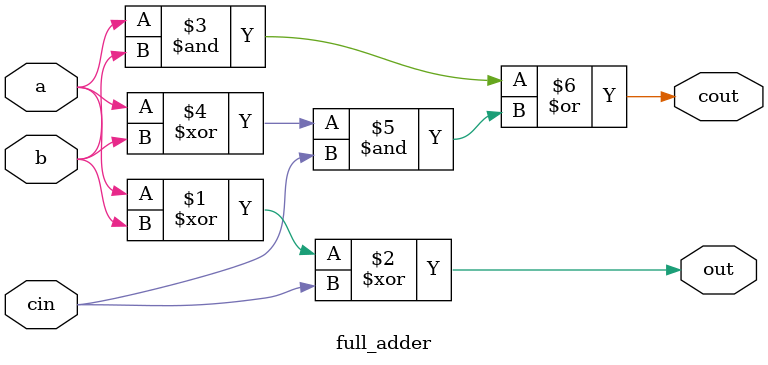
<source format=v>
`timescale 1ns / 1ps


module full_adder(a,b,cin,out,cout);
    input a,b,cin;
    output out,cout;
    assign out = a^b^cin;
    assign cout = (a&b)|((a^b)&cin);
endmodule

</source>
